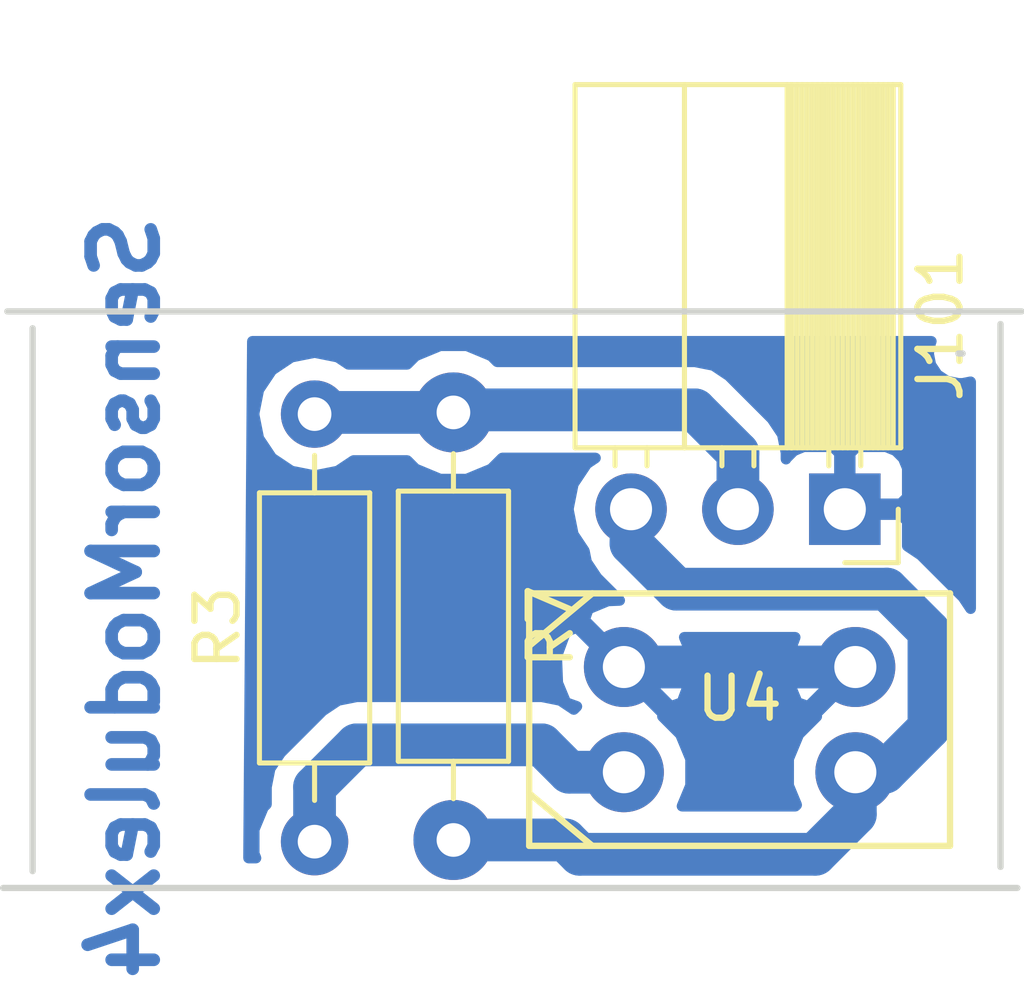
<source format=kicad_pcb>
(kicad_pcb (version 4) (host pcbnew 4.0.7-e2-6376~58~ubuntu16.04.1)

  (general
    (links 7)
    (no_connects 0)
    (area 0 0 0 0)
    (thickness 1.6)
    (drawings 6)
    (tracks 23)
    (zones 0)
    (modules 4)
    (nets 5)
  )

  (page A4)
  (layers
    (0 F.Cu signal)
    (31 B.Cu signal)
    (32 B.Adhes user)
    (33 F.Adhes user)
    (34 B.Paste user)
    (35 F.Paste user)
    (36 B.SilkS user)
    (37 F.SilkS user)
    (38 B.Mask user)
    (39 F.Mask user)
    (40 Dwgs.User user)
    (41 Cmts.User user)
    (42 Eco1.User user)
    (43 Eco2.User user)
    (44 Edge.Cuts user)
    (45 Margin user)
    (46 B.CrtYd user)
    (47 F.CrtYd user)
    (48 B.Fab user)
    (49 F.Fab user)
  )

  (setup
    (last_trace_width 0.25)
    (trace_clearance 0.2)
    (zone_clearance 0.508)
    (zone_45_only no)
    (trace_min 0.2)
    (segment_width 0.2)
    (edge_width 0.15)
    (via_size 0.6)
    (via_drill 0.4)
    (via_min_size 0.4)
    (via_min_drill 0.3)
    (uvia_size 0.3)
    (uvia_drill 0.1)
    (uvias_allowed no)
    (uvia_min_size 0.2)
    (uvia_min_drill 0.1)
    (pcb_text_width 0.3)
    (pcb_text_size 1.5 1.5)
    (mod_edge_width 0.15)
    (mod_text_size 1 1)
    (mod_text_width 0.15)
    (pad_size 1.9 1.9)
    (pad_drill 0.8)
    (pad_to_mask_clearance 0.2)
    (aux_axis_origin 0 0)
    (visible_elements FFFFFF7F)
    (pcbplotparams
      (layerselection 0x00030_80000001)
      (usegerberextensions false)
      (excludeedgelayer true)
      (linewidth 0.100000)
      (plotframeref false)
      (viasonmask false)
      (mode 1)
      (useauxorigin false)
      (hpglpennumber 1)
      (hpglpenspeed 20)
      (hpglpendiameter 15)
      (hpglpenoverlay 2)
      (psnegative false)
      (psa4output false)
      (plotreference true)
      (plotvalue true)
      (plotinvisibletext false)
      (padsonsilk false)
      (subtractmaskfromsilk false)
      (outputformat 1)
      (mirror false)
      (drillshape 1)
      (scaleselection 1)
      (outputdirectory ""))
  )

  (net 0 "")
  (net 1 /GND)
  (net 2 /VDD)
  (net 3 /sens1)
  (net 4 "Net-(R3-Pad1)")

  (net_class Default "Dit is de standaard class."
    (clearance 0.2)
    (trace_width 0.25)
    (via_dia 0.6)
    (via_drill 0.4)
    (uvia_dia 0.3)
    (uvia_drill 0.1)
  )

  (net_class fortymill ""
    (clearance 0.2)
    (trace_width 1.016)
    (via_dia 0.6)
    (via_drill 0.4)
    (uvia_dia 0.3)
    (uvia_drill 0.1)
    (add_net /GND)
    (add_net /VDD)
    (add_net /sens1)
    (add_net "Net-(R3-Pad1)")
  )

  (module lib:TRTC5000 (layer F.Cu) (tedit 5AAA8851) (tstamp 5AA92B2F)
    (at 145.1 144.5 180)
    (path /5A9FF4E9)
    (fp_text reference U4 (at 0 0.5 180) (layer F.SilkS)
      (effects (font (size 1 1) (thickness 0.15)))
    )
    (fp_text value TCRT5000 (at 0 -0.5 180) (layer F.Fab)
      (effects (font (size 1 1) (thickness 0.15)))
    )
    (fp_line (start 5 1.75) (end 3.5 3) (layer F.SilkS) (width 0.15))
    (fp_line (start 5 -1.75) (end 3.5 -3) (layer F.SilkS) (width 0.15))
    (fp_line (start -5 -3) (end 5 -3) (layer F.SilkS) (width 0.15))
    (fp_line (start 5 -3) (end 5 3) (layer F.SilkS) (width 0.15))
    (fp_line (start 5 3) (end -5 3) (layer F.SilkS) (width 0.15))
    (fp_line (start -5 3) (end -5 -3) (layer F.SilkS) (width 0.15))
    (pad 2 thru_hole circle (at -2.75 1.25 180) (size 1.9 1.9) (drill 1) (layers *.Cu *.Mask)
      (net 1 /GND))
    (pad 1 thru_hole circle (at -2.75 -1.25 180) (size 1.9 1.9) (drill 1) (layers *.Cu *.Mask)
      (net 3 /sens1))
    (pad 4 thru_hole circle (at 2.75 1.25 180) (size 1.9 1.9) (drill 1) (layers *.Cu *.Mask)
      (net 1 /GND))
    (pad 3 thru_hole circle (at 2.75 -1.25 180) (size 1.9 1.9) (drill 1) (layers *.Cu *.Mask)
      (net 4 "Net-(R3-Pad1)"))
  )

  (module Resistors_THT:R_Axial_DIN0207_L6.3mm_D2.5mm_P10.16mm_Horizontal (layer F.Cu) (tedit 5AAA885D) (tstamp 5AA92B09)
    (at 138.3 137.2 270)
    (descr "Resistor, Axial_DIN0207 series, Axial, Horizontal, pin pitch=10.16mm, 0.25W = 1/4W, length*diameter=6.3*2.5mm^2, http://cdn-reichelt.de/documents/datenblatt/B400/1_4W%23YAG.pdf")
    (tags "Resistor Axial_DIN0207 series Axial Horizontal pin pitch 10.16mm 0.25W = 1/4W length 6.3mm diameter 2.5mm")
    (path /5A9FF4E3)
    (fp_text reference R7 (at 5.08 -2.31 270) (layer F.SilkS)
      (effects (font (size 1 1) (thickness 0.15)))
    )
    (fp_text value R56k (at 5.08 2.31 270) (layer F.Fab)
      (effects (font (size 1 1) (thickness 0.15)))
    )
    (fp_line (start 1.93 -1.25) (end 1.93 1.25) (layer F.Fab) (width 0.1))
    (fp_line (start 1.93 1.25) (end 8.23 1.25) (layer F.Fab) (width 0.1))
    (fp_line (start 8.23 1.25) (end 8.23 -1.25) (layer F.Fab) (width 0.1))
    (fp_line (start 8.23 -1.25) (end 1.93 -1.25) (layer F.Fab) (width 0.1))
    (fp_line (start 0 0) (end 1.93 0) (layer F.Fab) (width 0.1))
    (fp_line (start 10.16 0) (end 8.23 0) (layer F.Fab) (width 0.1))
    (fp_line (start 1.87 -1.31) (end 1.87 1.31) (layer F.SilkS) (width 0.12))
    (fp_line (start 1.87 1.31) (end 8.29 1.31) (layer F.SilkS) (width 0.12))
    (fp_line (start 8.29 1.31) (end 8.29 -1.31) (layer F.SilkS) (width 0.12))
    (fp_line (start 8.29 -1.31) (end 1.87 -1.31) (layer F.SilkS) (width 0.12))
    (fp_line (start 0.98 0) (end 1.87 0) (layer F.SilkS) (width 0.12))
    (fp_line (start 9.18 0) (end 8.29 0) (layer F.SilkS) (width 0.12))
    (fp_line (start -1.05 -1.6) (end -1.05 1.6) (layer F.CrtYd) (width 0.05))
    (fp_line (start -1.05 1.6) (end 11.25 1.6) (layer F.CrtYd) (width 0.05))
    (fp_line (start 11.25 1.6) (end 11.25 -1.6) (layer F.CrtYd) (width 0.05))
    (fp_line (start 11.25 -1.6) (end -1.05 -1.6) (layer F.CrtYd) (width 0.05))
    (pad 1 thru_hole circle (at 0 0 270) (size 1.9 1.9) (drill 0.8) (layers *.Cu *.Mask)
      (net 2 /VDD))
    (pad 2 thru_hole oval (at 10.16 0 270) (size 1.9 1.9) (drill 0.8) (layers *.Cu *.Mask)
      (net 3 /sens1))
    (model ${KISYS3DMOD}/Resistors_THT.3dshapes/R_Axial_DIN0207_L6.3mm_D2.5mm_P10.16mm_Horizontal.wrl
      (at (xyz 0 0 0))
      (scale (xyz 0.393701 0.393701 0.393701))
      (rotate (xyz 0 0 0))
    )
  )

  (module Socket_Strips:Socket_Strip_Angled_1x03_Pitch2.54mm (layer F.Cu) (tedit 58CD5446) (tstamp 5ABB7683)
    (at 147.6 139.5 270)
    (descr "Through hole angled socket strip, 1x03, 2.54mm pitch, 8.51mm socket length, single row")
    (tags "Through hole angled socket strip THT 1x03 2.54mm single row")
    (path /5ABB7538)
    (fp_text reference J101 (at -4.38 -2.27 270) (layer F.SilkS)
      (effects (font (size 1 1) (thickness 0.15)))
    )
    (fp_text value Conn_01x03_Female (at -4.38 7.35 270) (layer F.Fab)
      (effects (font (size 1 1) (thickness 0.15)))
    )
    (fp_line (start -1.52 -1.27) (end -1.52 1.27) (layer F.Fab) (width 0.1))
    (fp_line (start -1.52 1.27) (end -10.03 1.27) (layer F.Fab) (width 0.1))
    (fp_line (start -10.03 1.27) (end -10.03 -1.27) (layer F.Fab) (width 0.1))
    (fp_line (start -10.03 -1.27) (end -1.52 -1.27) (layer F.Fab) (width 0.1))
    (fp_line (start 0 -0.32) (end 0 0.32) (layer F.Fab) (width 0.1))
    (fp_line (start 0 0.32) (end -1.52 0.32) (layer F.Fab) (width 0.1))
    (fp_line (start -1.52 0.32) (end -1.52 -0.32) (layer F.Fab) (width 0.1))
    (fp_line (start -1.52 -0.32) (end 0 -0.32) (layer F.Fab) (width 0.1))
    (fp_line (start -1.52 1.27) (end -1.52 3.81) (layer F.Fab) (width 0.1))
    (fp_line (start -1.52 3.81) (end -10.03 3.81) (layer F.Fab) (width 0.1))
    (fp_line (start -10.03 3.81) (end -10.03 1.27) (layer F.Fab) (width 0.1))
    (fp_line (start -10.03 1.27) (end -1.52 1.27) (layer F.Fab) (width 0.1))
    (fp_line (start 0 2.22) (end 0 2.86) (layer F.Fab) (width 0.1))
    (fp_line (start 0 2.86) (end -1.52 2.86) (layer F.Fab) (width 0.1))
    (fp_line (start -1.52 2.86) (end -1.52 2.22) (layer F.Fab) (width 0.1))
    (fp_line (start -1.52 2.22) (end 0 2.22) (layer F.Fab) (width 0.1))
    (fp_line (start -1.52 3.81) (end -1.52 6.35) (layer F.Fab) (width 0.1))
    (fp_line (start -1.52 6.35) (end -10.03 6.35) (layer F.Fab) (width 0.1))
    (fp_line (start -10.03 6.35) (end -10.03 3.81) (layer F.Fab) (width 0.1))
    (fp_line (start -10.03 3.81) (end -1.52 3.81) (layer F.Fab) (width 0.1))
    (fp_line (start 0 4.76) (end 0 5.4) (layer F.Fab) (width 0.1))
    (fp_line (start 0 5.4) (end -1.52 5.4) (layer F.Fab) (width 0.1))
    (fp_line (start -1.52 5.4) (end -1.52 4.76) (layer F.Fab) (width 0.1))
    (fp_line (start -1.52 4.76) (end 0 4.76) (layer F.Fab) (width 0.1))
    (fp_line (start -1.46 -1.33) (end -1.46 1.27) (layer F.SilkS) (width 0.12))
    (fp_line (start -1.46 1.27) (end -10.09 1.27) (layer F.SilkS) (width 0.12))
    (fp_line (start -10.09 1.27) (end -10.09 -1.33) (layer F.SilkS) (width 0.12))
    (fp_line (start -10.09 -1.33) (end -1.46 -1.33) (layer F.SilkS) (width 0.12))
    (fp_line (start -1.03 -0.38) (end -1.46 -0.38) (layer F.SilkS) (width 0.12))
    (fp_line (start -1.03 0.38) (end -1.46 0.38) (layer F.SilkS) (width 0.12))
    (fp_line (start -1.46 -1.15) (end -10.09 -1.15) (layer F.SilkS) (width 0.12))
    (fp_line (start -1.46 -1.03) (end -10.09 -1.03) (layer F.SilkS) (width 0.12))
    (fp_line (start -1.46 -0.91) (end -10.09 -0.91) (layer F.SilkS) (width 0.12))
    (fp_line (start -1.46 -0.79) (end -10.09 -0.79) (layer F.SilkS) (width 0.12))
    (fp_line (start -1.46 -0.67) (end -10.09 -0.67) (layer F.SilkS) (width 0.12))
    (fp_line (start -1.46 -0.55) (end -10.09 -0.55) (layer F.SilkS) (width 0.12))
    (fp_line (start -1.46 -0.43) (end -10.09 -0.43) (layer F.SilkS) (width 0.12))
    (fp_line (start -1.46 -0.31) (end -10.09 -0.31) (layer F.SilkS) (width 0.12))
    (fp_line (start -1.46 -0.19) (end -10.09 -0.19) (layer F.SilkS) (width 0.12))
    (fp_line (start -1.46 -0.07) (end -10.09 -0.07) (layer F.SilkS) (width 0.12))
    (fp_line (start -1.46 0.05) (end -10.09 0.05) (layer F.SilkS) (width 0.12))
    (fp_line (start -1.46 0.17) (end -10.09 0.17) (layer F.SilkS) (width 0.12))
    (fp_line (start -1.46 0.29) (end -10.09 0.29) (layer F.SilkS) (width 0.12))
    (fp_line (start -1.46 0.41) (end -10.09 0.41) (layer F.SilkS) (width 0.12))
    (fp_line (start -1.46 0.53) (end -10.09 0.53) (layer F.SilkS) (width 0.12))
    (fp_line (start -1.46 0.65) (end -10.09 0.65) (layer F.SilkS) (width 0.12))
    (fp_line (start -1.46 0.77) (end -10.09 0.77) (layer F.SilkS) (width 0.12))
    (fp_line (start -1.46 0.89) (end -10.09 0.89) (layer F.SilkS) (width 0.12))
    (fp_line (start -1.46 1.01) (end -10.09 1.01) (layer F.SilkS) (width 0.12))
    (fp_line (start -1.46 1.13) (end -10.09 1.13) (layer F.SilkS) (width 0.12))
    (fp_line (start -1.46 1.25) (end -10.09 1.25) (layer F.SilkS) (width 0.12))
    (fp_line (start -1.46 1.37) (end -10.09 1.37) (layer F.SilkS) (width 0.12))
    (fp_line (start -1.46 1.27) (end -1.46 3.81) (layer F.SilkS) (width 0.12))
    (fp_line (start -1.46 3.81) (end -10.09 3.81) (layer F.SilkS) (width 0.12))
    (fp_line (start -10.09 3.81) (end -10.09 1.27) (layer F.SilkS) (width 0.12))
    (fp_line (start -10.09 1.27) (end -1.46 1.27) (layer F.SilkS) (width 0.12))
    (fp_line (start -1.03 2.16) (end -1.46 2.16) (layer F.SilkS) (width 0.12))
    (fp_line (start -1.03 2.92) (end -1.46 2.92) (layer F.SilkS) (width 0.12))
    (fp_line (start -1.46 3.81) (end -1.46 6.41) (layer F.SilkS) (width 0.12))
    (fp_line (start -1.46 6.41) (end -10.09 6.41) (layer F.SilkS) (width 0.12))
    (fp_line (start -10.09 6.41) (end -10.09 3.81) (layer F.SilkS) (width 0.12))
    (fp_line (start -10.09 3.81) (end -1.46 3.81) (layer F.SilkS) (width 0.12))
    (fp_line (start -1.03 4.7) (end -1.46 4.7) (layer F.SilkS) (width 0.12))
    (fp_line (start -1.03 5.46) (end -1.46 5.46) (layer F.SilkS) (width 0.12))
    (fp_line (start 0 -1.27) (end 1.27 -1.27) (layer F.SilkS) (width 0.12))
    (fp_line (start 1.27 -1.27) (end 1.27 0) (layer F.SilkS) (width 0.12))
    (fp_line (start 1.8 -1.8) (end 1.8 6.85) (layer F.CrtYd) (width 0.05))
    (fp_line (start 1.8 6.85) (end -10.55 6.85) (layer F.CrtYd) (width 0.05))
    (fp_line (start -10.55 6.85) (end -10.55 -1.8) (layer F.CrtYd) (width 0.05))
    (fp_line (start -10.55 -1.8) (end 1.8 -1.8) (layer F.CrtYd) (width 0.05))
    (fp_text user %R (at -4.38 -2.27 270) (layer F.Fab)
      (effects (font (size 1 1) (thickness 0.15)))
    )
    (pad 1 thru_hole rect (at 0 0 270) (size 1.7 1.7) (drill 1) (layers *.Cu *.Mask)
      (net 1 /GND))
    (pad 2 thru_hole oval (at 0 2.54 270) (size 1.7 1.7) (drill 1) (layers *.Cu *.Mask)
      (net 2 /VDD))
    (pad 3 thru_hole oval (at 0 5.08 270) (size 1.7 1.7) (drill 1) (layers *.Cu *.Mask)
      (net 3 /sens1))
    (model ${KISYS3DMOD}/Socket_Strips.3dshapes/Socket_Strip_Angled_1x03_Pitch2.54mm.wrl
      (at (xyz 0 -0.1 0))
      (scale (xyz 1 1 1))
      (rotate (xyz 0 0 270))
    )
  )

  (module Resistors_THT:R_Axial_DIN0207_L6.3mm_D2.5mm_P10.16mm_Horizontal (layer F.Cu) (tedit 5874F706) (tstamp 5ABB76BD)
    (at 135 147.4 90)
    (descr "Resistor, Axial_DIN0207 series, Axial, Horizontal, pin pitch=10.16mm, 0.25W = 1/4W, length*diameter=6.3*2.5mm^2, http://cdn-reichelt.de/documents/datenblatt/B400/1_4W%23YAG.pdf")
    (tags "Resistor Axial_DIN0207 series Axial Horizontal pin pitch 10.16mm 0.25W = 1/4W length 6.3mm diameter 2.5mm")
    (path /5A047E29)
    (fp_text reference R3 (at 5.08 -2.31 90) (layer F.SilkS)
      (effects (font (size 1 1) (thickness 0.15)))
    )
    (fp_text value R220k (at 5.08 2.31 90) (layer F.Fab)
      (effects (font (size 1 1) (thickness 0.15)))
    )
    (fp_line (start 1.93 -1.25) (end 1.93 1.25) (layer F.Fab) (width 0.1))
    (fp_line (start 1.93 1.25) (end 8.23 1.25) (layer F.Fab) (width 0.1))
    (fp_line (start 8.23 1.25) (end 8.23 -1.25) (layer F.Fab) (width 0.1))
    (fp_line (start 8.23 -1.25) (end 1.93 -1.25) (layer F.Fab) (width 0.1))
    (fp_line (start 0 0) (end 1.93 0) (layer F.Fab) (width 0.1))
    (fp_line (start 10.16 0) (end 8.23 0) (layer F.Fab) (width 0.1))
    (fp_line (start 1.87 -1.31) (end 1.87 1.31) (layer F.SilkS) (width 0.12))
    (fp_line (start 1.87 1.31) (end 8.29 1.31) (layer F.SilkS) (width 0.12))
    (fp_line (start 8.29 1.31) (end 8.29 -1.31) (layer F.SilkS) (width 0.12))
    (fp_line (start 8.29 -1.31) (end 1.87 -1.31) (layer F.SilkS) (width 0.12))
    (fp_line (start 0.98 0) (end 1.87 0) (layer F.SilkS) (width 0.12))
    (fp_line (start 9.18 0) (end 8.29 0) (layer F.SilkS) (width 0.12))
    (fp_line (start -1.05 -1.6) (end -1.05 1.6) (layer F.CrtYd) (width 0.05))
    (fp_line (start -1.05 1.6) (end 11.25 1.6) (layer F.CrtYd) (width 0.05))
    (fp_line (start 11.25 1.6) (end 11.25 -1.6) (layer F.CrtYd) (width 0.05))
    (fp_line (start 11.25 -1.6) (end -1.05 -1.6) (layer F.CrtYd) (width 0.05))
    (pad 1 thru_hole circle (at 0 0 90) (size 1.6 1.6) (drill 0.8) (layers *.Cu *.Mask)
      (net 4 "Net-(R3-Pad1)"))
    (pad 2 thru_hole oval (at 10.16 0 90) (size 1.6 1.6) (drill 0.8) (layers *.Cu *.Mask)
      (net 2 /VDD))
    (model ${KISYS3DMOD}/Resistors_THT.3dshapes/R_Axial_DIN0207_L6.3mm_D2.5mm_P10.16mm_Horizontal.wrl
      (at (xyz 0 0 0))
      (scale (xyz 0.393701 0.393701 0.393701))
      (rotate (xyz 0 0 0))
    )
  )

  (gr_line (start 150.4 135.8) (end 150.3 135.8) (angle 90) (layer Edge.Cuts) (width 0.15))
  (gr_line (start 151.3 148) (end 151.3 135.1) (angle 90) (layer Edge.Cuts) (width 0.15))
  (gr_line (start 127.6 148.5) (end 151.7 148.5) (angle 90) (layer Edge.Cuts) (width 0.15))
  (gr_line (start 128.3 135.2) (end 128.3 148.1) (angle 90) (layer Edge.Cuts) (width 0.15))
  (gr_line (start 151.8 134.8) (end 127.7 134.8) (angle 90) (layer Edge.Cuts) (width 0.15))
  (gr_text SensorModulex4 (at 130.5 141.6 90) (layer B.Cu)
    (effects (font (size 1.5 1.5) (thickness 0.3)) (justify mirror))
  )

  (segment (start 142.35 143.25) (end 147.85 143.25) (width 1.016) (layer B.Cu) (net 1))
  (segment (start 138.3 137.2) (end 135.04 137.2) (width 1.016) (layer B.Cu) (net 2))
  (segment (start 135.04 137.2) (end 135 137.24) (width 1.016) (layer B.Cu) (net 2) (tstamp 5ABB78B9))
  (segment (start 145.06 139.5) (end 145.06 138.16) (width 1.016) (layer B.Cu) (net 2))
  (segment (start 144.04 137.14) (end 138.3 137.14) (width 1.016) (layer B.Cu) (net 2) (tstamp 5ABB7879))
  (segment (start 145.06 138.16) (end 144.04 137.14) (width 1.016) (layer B.Cu) (net 2) (tstamp 5ABB7878))
  (segment (start 147.85 145.75) (end 148.55 145.75) (width 1.016) (layer B.Cu) (net 3))
  (segment (start 148.55 145.75) (end 149.6 144.7) (width 1.016) (layer B.Cu) (net 3) (tstamp 5ABB78DF))
  (segment (start 143.6 141.4) (end 142.52 140.32) (width 1.016) (layer B.Cu) (net 3) (tstamp 5ABB78E3))
  (segment (start 148.6 141.4) (end 143.6 141.4) (width 1.016) (layer B.Cu) (net 3) (tstamp 5ABB78E2))
  (segment (start 149.6 142.4) (end 148.6 141.4) (width 1.016) (layer B.Cu) (net 3) (tstamp 5ABB78E1))
  (segment (start 149.6 144.7) (end 149.6 142.4) (width 1.016) (layer B.Cu) (net 3) (tstamp 5ABB78E0))
  (segment (start 142.52 140.32) (end 142.52 139.5) (width 1.016) (layer B.Cu) (net 3) (tstamp 5ABB78E4))
  (segment (start 138.3 147.36) (end 140.96 147.36) (width 1.016) (layer B.Cu) (net 3))
  (segment (start 147.85 146.75) (end 147.85 145.75) (width 1.016) (layer B.Cu) (net 3) (tstamp 5ABB78D1))
  (segment (start 146.9 147.7) (end 147.85 146.75) (width 1.016) (layer B.Cu) (net 3) (tstamp 5ABB78D0))
  (segment (start 141.3 147.7) (end 146.9 147.7) (width 1.016) (layer B.Cu) (net 3) (tstamp 5ABB78CF))
  (segment (start 140.96 147.36) (end 141.3 147.7) (width 1.016) (layer B.Cu) (net 3) (tstamp 5ABB78CE))
  (segment (start 135 147.4) (end 135 146.1) (width 1.016) (layer B.Cu) (net 4))
  (segment (start 141.05 145.75) (end 142.35 145.75) (width 1.016) (layer B.Cu) (net 4) (tstamp 5ABB78DA))
  (segment (start 140.4 145.1) (end 141.05 145.75) (width 1.016) (layer B.Cu) (net 4) (tstamp 5ABB78D9))
  (segment (start 136 145.1) (end 140.4 145.1) (width 1.016) (layer B.Cu) (net 4) (tstamp 5ABB78D8))
  (segment (start 135 146.1) (end 136 145.1) (width 1.016) (layer B.Cu) (net 4) (tstamp 5ABB78D7))

  (zone (net 1) (net_name /GND) (layer B.Cu) (tstamp 5ABB795E) (hatch edge 0.508)
    (connect_pads (clearance 0.508))
    (min_thickness 0.254)
    (fill yes (arc_segments 16) (thermal_gap 0.508) (thermal_bridge_width 0.508))
    (polygon
      (pts
        (xy 151.1 148.4) (xy 133.3 148.4) (xy 133.4 134.9) (xy 151.1 134.9)
      )
    )
    (filled_polygon
      (pts
        (xy 149.644046 135.528295) (xy 149.59 135.8) (xy 149.644046 136.071705) (xy 149.797954 136.302046) (xy 150.028295 136.455954)
        (xy 150.3 136.51) (xy 150.4 136.51) (xy 150.59 136.472206) (xy 150.59 141.863826) (xy 150.408223 141.591777)
        (xy 149.408223 140.591777) (xy 149.085 140.375807) (xy 149.085 139.78575) (xy 148.92625 139.627) (xy 147.727 139.627)
        (xy 147.727 139.647) (xy 147.473 139.647) (xy 147.473 139.627) (xy 147.453 139.627) (xy 147.453 139.373)
        (xy 147.473 139.373) (xy 147.473 138.17375) (xy 147.727 138.17375) (xy 147.727 139.373) (xy 148.92625 139.373)
        (xy 149.085 139.21425) (xy 149.085 138.523691) (xy 148.988327 138.290302) (xy 148.809699 138.111673) (xy 148.57631 138.015)
        (xy 147.88575 138.015) (xy 147.727 138.17375) (xy 147.473 138.17375) (xy 147.31425 138.015) (xy 146.62369 138.015)
        (xy 146.390301 138.111673) (xy 146.211673 138.290302) (xy 146.203 138.31124) (xy 146.203 138.16) (xy 146.115994 137.722593)
        (xy 145.868223 137.351777) (xy 144.848223 136.331777) (xy 144.477407 136.084006) (xy 144.04 135.997) (xy 139.338673 135.997)
        (xy 139.199003 135.857086) (xy 138.616659 135.615276) (xy 137.986107 135.614725) (xy 137.403343 135.855519) (xy 137.20151 136.057)
        (xy 135.804891 136.057) (xy 135.549151 135.88612) (xy 135 135.776887) (xy 134.450849 135.88612) (xy 133.985302 136.197189)
        (xy 133.674233 136.662736) (xy 133.565 137.211887) (xy 133.565 137.268113) (xy 133.674233 137.817264) (xy 133.985302 138.282811)
        (xy 134.450849 138.59388) (xy 135 138.703113) (xy 135.549151 138.59388) (xy 135.924619 138.343) (xy 137.201432 138.343)
        (xy 137.400997 138.542914) (xy 137.983341 138.784724) (xy 138.613893 138.785275) (xy 139.196657 138.544481) (xy 139.458595 138.283)
        (xy 141.676258 138.283) (xy 141.469946 138.420853) (xy 141.148039 138.902622) (xy 141.035 139.470907) (xy 141.035 139.529093)
        (xy 141.148039 140.097378) (xy 141.411 140.490927) (xy 141.464006 140.757407) (xy 141.711777 141.128223) (xy 142.251217 141.667663)
        (xy 141.972539 141.678648) (xy 141.505792 141.871981) (xy 141.413255 142.13365) (xy 142.35 143.070395) (xy 142.364143 143.056253)
        (xy 142.543748 143.235858) (xy 142.529605 143.25) (xy 143.46635 144.186745) (xy 143.728019 144.094208) (xy 143.946188 143.502602)
        (xy 143.921352 142.872539) (xy 143.784852 142.543) (xy 146.421382 142.543) (xy 146.253812 142.997398) (xy 146.278648 143.627461)
        (xy 146.471981 144.094208) (xy 146.73365 144.186745) (xy 147.670395 143.25) (xy 147.656253 143.235858) (xy 147.835858 143.056253)
        (xy 147.85 143.070395) (xy 147.864143 143.056253) (xy 148.043748 143.235858) (xy 148.029605 143.25) (xy 148.043748 143.264143)
        (xy 147.864143 143.443748) (xy 147.85 143.429605) (xy 146.913255 144.36635) (xy 146.933952 144.424876) (xy 146.507086 144.850997)
        (xy 146.265276 145.433341) (xy 146.264725 146.063893) (xy 146.456217 146.527337) (xy 146.426554 146.557) (xy 143.731117 146.557)
        (xy 143.934724 146.066659) (xy 143.935275 145.436107) (xy 143.694481 144.853343) (xy 143.266235 144.424348) (xy 143.286745 144.36635)
        (xy 142.35 143.429605) (xy 142.335858 143.443748) (xy 142.156253 143.264143) (xy 142.170395 143.25) (xy 141.23365 142.313255)
        (xy 140.971981 142.405792) (xy 140.753812 142.997398) (xy 140.778648 143.627461) (xy 140.971981 144.094208) (xy 141.233648 144.186744)
        (xy 141.160501 144.259891) (xy 140.837407 144.044006) (xy 140.4 143.957) (xy 136 143.957) (xy 135.562593 144.044006)
        (xy 135.191777 144.291777) (xy 134.191777 145.291777) (xy 133.944006 145.662593) (xy 133.857 146.1) (xy 133.857 146.51338)
        (xy 133.784176 146.586077) (xy 133.56525 147.113309) (xy 133.564752 147.684187) (xy 133.608473 147.79) (xy 133.431523 147.79)
        (xy 133.522485 135.51) (xy 149.65627 135.51)
      )
    )
  )
)

</source>
